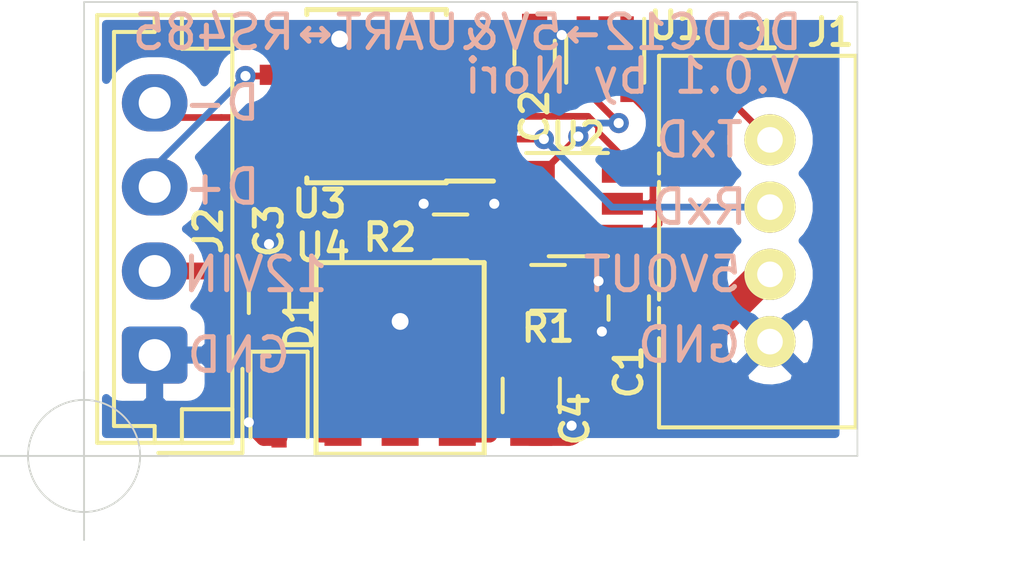
<source format=kicad_pcb>
(kicad_pcb (version 20171130) (host pcbnew "(5.1.10)-1")

  (general
    (thickness 1.6)
    (drawings 18)
    (tracks 133)
    (zones 0)
    (modules 13)
    (nets 12)
  )

  (page A4)
  (layers
    (0 F.Cu signal)
    (31 B.Cu signal)
    (32 B.Adhes user)
    (33 F.Adhes user)
    (34 B.Paste user)
    (35 F.Paste user)
    (36 B.SilkS user)
    (37 F.SilkS user)
    (38 B.Mask user)
    (39 F.Mask user)
    (40 Dwgs.User user)
    (41 Cmts.User user)
    (42 Eco1.User user)
    (43 Eco2.User user)
    (44 Edge.Cuts user)
    (45 Margin user)
    (46 B.CrtYd user)
    (47 F.CrtYd user)
    (48 B.Fab user)
    (49 F.Fab user hide)
  )

  (setup
    (last_trace_width 0.2)
    (user_trace_width 0.1524)
    (user_trace_width 0.2)
    (user_trace_width 0.4)
    (user_trace_width 0.5)
    (user_trace_width 1)
    (user_trace_width 1.2)
    (user_trace_width 2)
    (user_trace_width 3)
    (trace_clearance 0.2)
    (zone_clearance 0.508)
    (zone_45_only no)
    (trace_min 0.1524)
    (via_size 0.6)
    (via_drill 0.3)
    (via_min_size 0.4)
    (via_min_drill 0.2)
    (user_via 0.9 0.5)
    (user_via 1.2 0.8)
    (user_via 1.4 0.9)
    (user_via 1.5 1)
    (uvia_size 0.3)
    (uvia_drill 0.1)
    (uvias_allowed no)
    (uvia_min_size 0.2)
    (uvia_min_drill 0.1)
    (edge_width 0.05)
    (segment_width 0.2)
    (pcb_text_width 0.3)
    (pcb_text_size 1.5 1.5)
    (mod_edge_width 0.12)
    (mod_text_size 1 1)
    (mod_text_width 0.15)
    (pad_size 1.524 1.524)
    (pad_drill 0.762)
    (pad_to_mask_clearance 0)
    (aux_axis_origin 119.7 59.5)
    (grid_origin 119.7 59.5)
    (visible_elements 7FFFFFFF)
    (pcbplotparams
      (layerselection 0x010f0_ffffffff)
      (usegerberextensions true)
      (usegerberattributes false)
      (usegerberadvancedattributes false)
      (creategerberjobfile false)
      (excludeedgelayer true)
      (linewidth 0.152400)
      (plotframeref false)
      (viasonmask false)
      (mode 1)
      (useauxorigin false)
      (hpglpennumber 1)
      (hpglpenspeed 20)
      (hpglpendiameter 15.000000)
      (psnegative false)
      (psa4output false)
      (plotreference true)
      (plotvalue true)
      (plotinvisibletext false)
      (padsonsilk false)
      (subtractmaskfromsilk false)
      (outputformat 1)
      (mirror false)
      (drillshape 0)
      (scaleselection 1)
      (outputdirectory "gerber/"))
  )

  (net 0 "")
  (net 1 +5V)
  (net 2 GND)
  (net 3 +12V)
  (net 4 RXD)
  (net 5 TXD)
  (net 6 "Net-(J2-Pad3)")
  (net 7 "Net-(J2-Pad4)")
  (net 8 "Net-(R1-Pad1)")
  (net 9 "Net-(R2-Pad1)")
  (net 10 "Net-(U1-Pad4)")
  (net 11 "Net-(U2-Pad6)")

  (net_class Default "This is the default net class."
    (clearance 0.2)
    (trace_width 0.2)
    (via_dia 0.6)
    (via_drill 0.3)
    (uvia_dia 0.3)
    (uvia_drill 0.1)
    (add_net +12V)
    (add_net +5V)
    (add_net GND)
    (add_net "Net-(J2-Pad3)")
    (add_net "Net-(J2-Pad4)")
    (add_net "Net-(R1-Pad1)")
    (add_net "Net-(R2-Pad1)")
    (add_net "Net-(U1-Pad4)")
    (add_net "Net-(U2-Pad6)")
    (add_net RXD)
    (add_net TXD)
  )

  (module Capacitors_SMD:C_0603 (layer F.Cu) (tedit 59958EE7) (tstamp 6195ABDC)
    (at 135.9 55.1 270)
    (descr "Capacitor SMD 0603, reflow soldering, AVX (see smccp.pdf)")
    (tags "capacitor 0603")
    (path /5FF9035A)
    (attr smd)
    (fp_text reference C1 (at 1.9 0 90) (layer F.SilkS)
      (effects (font (size 0.8 0.8) (thickness 0.15)))
    )
    (fp_text value 0.1u (at 0 1.5 90) (layer F.Fab)
      (effects (font (size 1 1) (thickness 0.15)))
    )
    (fp_line (start -0.8 0.4) (end -0.8 -0.4) (layer F.Fab) (width 0.1))
    (fp_line (start 0.8 0.4) (end -0.8 0.4) (layer F.Fab) (width 0.1))
    (fp_line (start 0.8 -0.4) (end 0.8 0.4) (layer F.Fab) (width 0.1))
    (fp_line (start -0.8 -0.4) (end 0.8 -0.4) (layer F.Fab) (width 0.1))
    (fp_line (start -0.35 -0.6) (end 0.35 -0.6) (layer F.SilkS) (width 0.12))
    (fp_line (start 0.35 0.6) (end -0.35 0.6) (layer F.SilkS) (width 0.12))
    (fp_line (start -1.4 -0.65) (end 1.4 -0.65) (layer F.CrtYd) (width 0.05))
    (fp_line (start -1.4 -0.65) (end -1.4 0.65) (layer F.CrtYd) (width 0.05))
    (fp_line (start 1.4 0.65) (end 1.4 -0.65) (layer F.CrtYd) (width 0.05))
    (fp_line (start 1.4 0.65) (end -1.4 0.65) (layer F.CrtYd) (width 0.05))
    (fp_text user %R (at 0 0 90) (layer F.Fab)
      (effects (font (size 0.3 0.3) (thickness 0.075)))
    )
    (pad 1 smd rect (at -0.75 0 270) (size 0.8 0.75) (layers F.Cu F.Paste F.Mask)
      (net 1 +5V))
    (pad 2 smd rect (at 0.75 0 270) (size 0.8 0.75) (layers F.Cu F.Paste F.Mask)
      (net 2 GND))
    (model Capacitors_SMD.3dshapes/C_0603.wrl
      (at (xyz 0 0 0))
      (scale (xyz 1 1 1))
      (rotate (xyz 0 0 0))
    )
    (model ${KISYS3DMOD}/Capacitor_SMD.3dshapes/C_0603_1608Metric.step
      (at (xyz 0 0 0))
      (scale (xyz 1 1 1))
      (rotate (xyz 0 0 0))
    )
  )

  (module Capacitors_SMD:C_0603 (layer F.Cu) (tedit 59958EE7) (tstamp 6195ABED)
    (at 133.1 47.5 90)
    (descr "Capacitor SMD 0603, reflow soldering, AVX (see smccp.pdf)")
    (tags "capacitor 0603")
    (path /5FFA12DF)
    (attr smd)
    (fp_text reference C2 (at -1.9 0 90) (layer F.SilkS)
      (effects (font (size 0.8 0.8) (thickness 0.15)))
    )
    (fp_text value 0.1u (at 0 1.5 90) (layer F.Fab)
      (effects (font (size 1 1) (thickness 0.15)))
    )
    (fp_line (start 1.4 0.65) (end -1.4 0.65) (layer F.CrtYd) (width 0.05))
    (fp_line (start 1.4 0.65) (end 1.4 -0.65) (layer F.CrtYd) (width 0.05))
    (fp_line (start -1.4 -0.65) (end -1.4 0.65) (layer F.CrtYd) (width 0.05))
    (fp_line (start -1.4 -0.65) (end 1.4 -0.65) (layer F.CrtYd) (width 0.05))
    (fp_line (start 0.35 0.6) (end -0.35 0.6) (layer F.SilkS) (width 0.12))
    (fp_line (start -0.35 -0.6) (end 0.35 -0.6) (layer F.SilkS) (width 0.12))
    (fp_line (start -0.8 -0.4) (end 0.8 -0.4) (layer F.Fab) (width 0.1))
    (fp_line (start 0.8 -0.4) (end 0.8 0.4) (layer F.Fab) (width 0.1))
    (fp_line (start 0.8 0.4) (end -0.8 0.4) (layer F.Fab) (width 0.1))
    (fp_line (start -0.8 0.4) (end -0.8 -0.4) (layer F.Fab) (width 0.1))
    (fp_text user %R (at 0 0 90) (layer F.Fab)
      (effects (font (size 0.3 0.3) (thickness 0.075)))
    )
    (pad 2 smd rect (at 0.75 0 90) (size 0.8 0.75) (layers F.Cu F.Paste F.Mask)
      (net 2 GND))
    (pad 1 smd rect (at -0.75 0 90) (size 0.8 0.75) (layers F.Cu F.Paste F.Mask)
      (net 1 +5V))
    (model Capacitors_SMD.3dshapes/C_0603.wrl
      (at (xyz 0 0 0))
      (scale (xyz 1 1 1))
      (rotate (xyz 0 0 0))
    )
    (model ${KISYS3DMOD}/Capacitor_SMD.3dshapes/C_0603_1608Metric.step
      (at (xyz 0 0 0))
      (scale (xyz 1 1 1))
      (rotate (xyz 0 0 0))
    )
  )

  (module Capacitors_SMD:C_0603 (layer F.Cu) (tedit 59958EE7) (tstamp 6195ABFE)
    (at 125.2 54.9 90)
    (descr "Capacitor SMD 0603, reflow soldering, AVX (see smccp.pdf)")
    (tags "capacitor 0603")
    (path /6197D1F5)
    (attr smd)
    (fp_text reference C3 (at 2.1 0 90) (layer F.SilkS)
      (effects (font (size 0.8 0.8) (thickness 0.15)))
    )
    (fp_text value 0.1u (at 0 1.5 90) (layer F.Fab)
      (effects (font (size 1 1) (thickness 0.15)))
    )
    (fp_line (start -0.8 0.4) (end -0.8 -0.4) (layer F.Fab) (width 0.1))
    (fp_line (start 0.8 0.4) (end -0.8 0.4) (layer F.Fab) (width 0.1))
    (fp_line (start 0.8 -0.4) (end 0.8 0.4) (layer F.Fab) (width 0.1))
    (fp_line (start -0.8 -0.4) (end 0.8 -0.4) (layer F.Fab) (width 0.1))
    (fp_line (start -0.35 -0.6) (end 0.35 -0.6) (layer F.SilkS) (width 0.12))
    (fp_line (start 0.35 0.6) (end -0.35 0.6) (layer F.SilkS) (width 0.12))
    (fp_line (start -1.4 -0.65) (end 1.4 -0.65) (layer F.CrtYd) (width 0.05))
    (fp_line (start -1.4 -0.65) (end -1.4 0.65) (layer F.CrtYd) (width 0.05))
    (fp_line (start 1.4 0.65) (end 1.4 -0.65) (layer F.CrtYd) (width 0.05))
    (fp_line (start 1.4 0.65) (end -1.4 0.65) (layer F.CrtYd) (width 0.05))
    (fp_text user %R (at 0 0 90) (layer F.Fab)
      (effects (font (size 0.3 0.3) (thickness 0.075)))
    )
    (pad 1 smd rect (at -0.75 0 90) (size 0.8 0.75) (layers F.Cu F.Paste F.Mask)
      (net 3 +12V))
    (pad 2 smd rect (at 0.75 0 90) (size 0.8 0.75) (layers F.Cu F.Paste F.Mask)
      (net 2 GND))
    (model Capacitors_SMD.3dshapes/C_0603.wrl
      (at (xyz 0 0 0))
      (scale (xyz 1 1 1))
      (rotate (xyz 0 0 0))
    )
    (model ${KISYS3DMOD}/Capacitor_SMD.3dshapes/C_0603_1608Metric.step
      (at (xyz 0 0 0))
      (scale (xyz 1 1 1))
      (rotate (xyz 0 0 0))
    )
  )

  (module Capacitors_SMD:C_0805 (layer F.Cu) (tedit 58AA8463) (tstamp 6195AC0F)
    (at 133 57.7 270)
    (descr "Capacitor SMD 0805, reflow soldering, AVX (see smccp.pdf)")
    (tags "capacitor 0805")
    (path /61969E74)
    (attr smd)
    (fp_text reference C4 (at 0.7 -1.3 90) (layer F.SilkS)
      (effects (font (size 0.8 0.8) (thickness 0.15)))
    )
    (fp_text value 22u (at 0 1.75 90) (layer F.Fab)
      (effects (font (size 1 1) (thickness 0.15)))
    )
    (fp_line (start 1.75 0.87) (end -1.75 0.87) (layer F.CrtYd) (width 0.05))
    (fp_line (start 1.75 0.87) (end 1.75 -0.88) (layer F.CrtYd) (width 0.05))
    (fp_line (start -1.75 -0.88) (end -1.75 0.87) (layer F.CrtYd) (width 0.05))
    (fp_line (start -1.75 -0.88) (end 1.75 -0.88) (layer F.CrtYd) (width 0.05))
    (fp_line (start -0.5 0.85) (end 0.5 0.85) (layer F.SilkS) (width 0.12))
    (fp_line (start 0.5 -0.85) (end -0.5 -0.85) (layer F.SilkS) (width 0.12))
    (fp_line (start -1 -0.62) (end 1 -0.62) (layer F.Fab) (width 0.1))
    (fp_line (start 1 -0.62) (end 1 0.62) (layer F.Fab) (width 0.1))
    (fp_line (start 1 0.62) (end -1 0.62) (layer F.Fab) (width 0.1))
    (fp_line (start -1 0.62) (end -1 -0.62) (layer F.Fab) (width 0.1))
    (fp_text user %R (at 0 -1.5 90) (layer F.Fab)
      (effects (font (size 1 1) (thickness 0.15)))
    )
    (pad 2 smd rect (at 1 0 270) (size 1 1.25) (layers F.Cu F.Paste F.Mask)
      (net 2 GND))
    (pad 1 smd rect (at -1 0 270) (size 1 1.25) (layers F.Cu F.Paste F.Mask)
      (net 1 +5V))
    (model Capacitors_SMD.3dshapes/C_0805.wrl
      (at (xyz 0 0 0))
      (scale (xyz 1 1 1))
      (rotate (xyz 0 0 0))
    )
    (model ${KISYS3DMOD}/Capacitor_SMD.3dshapes/C_0805_2012Metric.step
      (at (xyz 0 0 0))
      (scale (xyz 1 1 1))
      (rotate (xyz 0 0 0))
    )
  )

  (module Diodes_SMD:D_SOD-323 (layer F.Cu) (tedit 58641739) (tstamp 6195AC27)
    (at 125.5 57.9 270)
    (descr SOD-323)
    (tags SOD-323)
    (path /619829FC)
    (attr smd)
    (fp_text reference D1 (at -2.3 -0.6 90) (layer F.SilkS)
      (effects (font (size 0.8 0.8) (thickness 0.15)))
    )
    (fp_text value 15V (at 0.1 1.9 90) (layer F.Fab)
      (effects (font (size 1 1) (thickness 0.15)))
    )
    (fp_line (start -1.5 -0.85) (end 1.05 -0.85) (layer F.SilkS) (width 0.12))
    (fp_line (start -1.5 0.85) (end 1.05 0.85) (layer F.SilkS) (width 0.12))
    (fp_line (start -1.6 -0.95) (end -1.6 0.95) (layer F.CrtYd) (width 0.05))
    (fp_line (start -1.6 0.95) (end 1.6 0.95) (layer F.CrtYd) (width 0.05))
    (fp_line (start 1.6 -0.95) (end 1.6 0.95) (layer F.CrtYd) (width 0.05))
    (fp_line (start -1.6 -0.95) (end 1.6 -0.95) (layer F.CrtYd) (width 0.05))
    (fp_line (start -0.9 -0.7) (end 0.9 -0.7) (layer F.Fab) (width 0.1))
    (fp_line (start 0.9 -0.7) (end 0.9 0.7) (layer F.Fab) (width 0.1))
    (fp_line (start 0.9 0.7) (end -0.9 0.7) (layer F.Fab) (width 0.1))
    (fp_line (start -0.9 0.7) (end -0.9 -0.7) (layer F.Fab) (width 0.1))
    (fp_line (start -0.3 -0.35) (end -0.3 0.35) (layer F.Fab) (width 0.1))
    (fp_line (start -0.3 0) (end -0.5 0) (layer F.Fab) (width 0.1))
    (fp_line (start -0.3 0) (end 0.2 -0.35) (layer F.Fab) (width 0.1))
    (fp_line (start 0.2 -0.35) (end 0.2 0.35) (layer F.Fab) (width 0.1))
    (fp_line (start 0.2 0.35) (end -0.3 0) (layer F.Fab) (width 0.1))
    (fp_line (start 0.2 0) (end 0.45 0) (layer F.Fab) (width 0.1))
    (fp_line (start -1.5 -0.85) (end -1.5 0.85) (layer F.SilkS) (width 0.12))
    (fp_text user %R (at 0 -1.85 90) (layer F.Fab)
      (effects (font (size 1 1) (thickness 0.15)))
    )
    (pad 2 smd rect (at 1.05 0 270) (size 0.6 0.45) (layers F.Cu F.Paste F.Mask)
      (net 2 GND))
    (pad 1 smd rect (at -1.05 0 270) (size 0.6 0.45) (layers F.Cu F.Paste F.Mask)
      (net 3 +12V))
    (model ${KISYS3DMOD}/Diodes_SMD.3dshapes/D_SOD-323.wrl
      (at (xyz 0 0 0))
      (scale (xyz 1 1 1))
      (rotate (xyz 0 0 0))
    )
    (model ${KISYS3DMOD}/Diode_SMD.3dshapes/D_SOD-323.step
      (at (xyz 0 0 0))
      (scale (xyz 1 1 1))
      (rotate (xyz 0 0 0))
    )
  )

  (module Connect:Grove_1x04 (layer F.Cu) (tedit 587F9C9D) (tstamp 6195AC40)
    (at 140.1 50.1)
    (descr https://statics3.seeedstudio.com/images/opl/datasheet/3470130P1.pdf)
    (tags Grove-1x04)
    (path /6078187C)
    (fp_text reference J1 (at 1.8 -3.2) (layer F.SilkS)
      (effects (font (size 0.8 0.8) (thickness 0.15)))
    )
    (fp_text value Grove_1x04 (at 4.19 2.83 90) (layer F.Fab)
      (effects (font (size 1 1) (thickness 0.15)))
    )
    (fp_line (start -2.9 8.1) (end -2.9 -2.1) (layer F.Fab) (width 0.1))
    (fp_line (start 2.2 8.1) (end -2.9 8.1) (layer F.Fab) (width 0.1))
    (fp_line (start 2.2 -2.1) (end 2.2 8.1) (layer F.Fab) (width 0.1))
    (fp_line (start -2.9 -2.1) (end 2.2 -2.1) (layer F.Fab) (width 0.1))
    (fp_line (start -3.3 5.9) (end -3.3 8.55) (layer F.SilkS) (width 0.12))
    (fp_line (start -3.3 -2.5) (end -3.3 0.15) (layer F.SilkS) (width 0.12))
    (fp_line (start -3.3 8.55) (end 2.55 8.55) (layer F.SilkS) (width 0.12))
    (fp_line (start -3.3 1.25) (end -3.3 4.75) (layer F.SilkS) (width 0.12))
    (fp_line (start -3.3 -2.5) (end 2.55 -2.5) (layer F.SilkS) (width 0.12))
    (fp_line (start 2.55 -2.5) (end 2.55 8.55) (layer F.SilkS) (width 0.12))
    (fp_line (start -3.3 0.4) (end -3.3 1) (layer F.SilkS) (width 0.12))
    (fp_line (start -3.3 5) (end -3.3 5.6) (layer F.SilkS) (width 0.12))
    (fp_line (start -3.45 -2.65) (end 2.7 -2.65) (layer F.CrtYd) (width 0.05))
    (fp_line (start 2.7 8.7) (end 2.7 -2.65) (layer F.CrtYd) (width 0.05))
    (fp_line (start -3.45 8.7) (end 2.7 8.7) (layer F.CrtYd) (width 0.05))
    (fp_line (start -3.45 -2.65) (end -3.45 8.7) (layer F.CrtYd) (width 0.05))
    (fp_text user 1 (at -0.1 -3.1) (layer F.SilkS)
      (effects (font (size 0.8 0.8) (thickness 0.15)))
    )
    (pad 4 thru_hole circle (at 0 6) (size 1.524 1.524) (drill 0.762) (layers *.Cu *.Mask F.SilkS)
      (net 2 GND))
    (pad 3 thru_hole circle (at 0 4) (size 1.524 1.524) (drill 0.762) (layers *.Cu *.Mask F.SilkS)
      (net 1 +5V))
    (pad 2 thru_hole circle (at 0 2) (size 1.524 1.524) (drill 0.762) (layers *.Cu *.Mask F.SilkS)
      (net 4 RXD))
    (pad 1 thru_hole circle (at 0 0) (size 1.524 1.524) (drill 0.762) (layers *.Cu *.Mask F.SilkS)
      (net 5 TXD))
    (model ${KISYS3DMOD}/Connectors.3dshapes/Grove_1x04.wrl
      (at (xyz 0 0 0))
      (scale (xyz 0.3937 0.3937 0.3937))
      (rotate (xyz 0 0 -90))
    )
    (model "${KIPRJMOD}/Grove Connector/Grove Connector (standing).STEP"
      (offset (xyz -2.9 2 0))
      (scale (xyz 1 1 1))
      (rotate (xyz -90 0 90))
    )
  )

  (module Connectors_JST:JST_EH_B4B-EH-A_1x04_P2.50mm_Vertical (layer F.Cu) (tedit 5C28142C) (tstamp 6195AC62)
    (at 121.8 56.5 90)
    (descr "JST EH series connector, B4B-EH-A (http://www.jst-mfg.com/product/pdf/eng/eEH.pdf), generated with kicad-footprint-generator")
    (tags "connector JST EH vertical")
    (path /5FBDE04B)
    (fp_text reference J2 (at 3.7 1.6 90) (layer F.SilkS)
      (effects (font (size 0.8 0.8) (thickness 0.15)))
    )
    (fp_text value B4B-EH (at 3.75 3.4 90) (layer F.Fab)
      (effects (font (size 1 1) (thickness 0.15)))
    )
    (fp_line (start -2.5 -1.6) (end -2.5 2.2) (layer F.Fab) (width 0.1))
    (fp_line (start -2.5 2.2) (end 10 2.2) (layer F.Fab) (width 0.1))
    (fp_line (start 10 2.2) (end 10 -1.6) (layer F.Fab) (width 0.1))
    (fp_line (start 10 -1.6) (end -2.5 -1.6) (layer F.Fab) (width 0.1))
    (fp_line (start -3 -2.1) (end -3 2.7) (layer F.CrtYd) (width 0.05))
    (fp_line (start -3 2.7) (end 10.5 2.7) (layer F.CrtYd) (width 0.05))
    (fp_line (start 10.5 2.7) (end 10.5 -2.1) (layer F.CrtYd) (width 0.05))
    (fp_line (start 10.5 -2.1) (end -3 -2.1) (layer F.CrtYd) (width 0.05))
    (fp_line (start -2.61 -1.71) (end -2.61 2.31) (layer F.SilkS) (width 0.12))
    (fp_line (start -2.61 2.31) (end 10.11 2.31) (layer F.SilkS) (width 0.12))
    (fp_line (start 10.11 2.31) (end 10.11 -1.71) (layer F.SilkS) (width 0.12))
    (fp_line (start 10.11 -1.71) (end -2.61 -1.71) (layer F.SilkS) (width 0.12))
    (fp_line (start -2.61 0) (end -2.11 0) (layer F.SilkS) (width 0.12))
    (fp_line (start -2.11 0) (end -2.11 -1.21) (layer F.SilkS) (width 0.12))
    (fp_line (start -2.11 -1.21) (end 9.61 -1.21) (layer F.SilkS) (width 0.12))
    (fp_line (start 9.61 -1.21) (end 9.61 0) (layer F.SilkS) (width 0.12))
    (fp_line (start 9.61 0) (end 10.11 0) (layer F.SilkS) (width 0.12))
    (fp_line (start -2.61 0.81) (end -1.61 0.81) (layer F.SilkS) (width 0.12))
    (fp_line (start -1.61 0.81) (end -1.61 2.31) (layer F.SilkS) (width 0.12))
    (fp_line (start 10.11 0.81) (end 9.11 0.81) (layer F.SilkS) (width 0.12))
    (fp_line (start 9.11 0.81) (end 9.11 2.31) (layer F.SilkS) (width 0.12))
    (fp_line (start -2.91 0.11) (end -2.91 2.61) (layer F.SilkS) (width 0.12))
    (fp_line (start -2.91 2.61) (end -0.41 2.61) (layer F.SilkS) (width 0.12))
    (fp_line (start -2.91 0.11) (end -2.91 2.61) (layer F.Fab) (width 0.1))
    (fp_line (start -2.91 2.61) (end -0.41 2.61) (layer F.Fab) (width 0.1))
    (fp_text user %R (at 3.75 1.5 90) (layer F.Fab)
      (effects (font (size 1 1) (thickness 0.15)))
    )
    (pad 1 thru_hole roundrect (at 0 0 90) (size 1.7 1.95) (drill 0.95) (layers *.Cu *.Mask) (roundrect_rratio 0.1470588235294118)
      (net 2 GND))
    (pad 2 thru_hole oval (at 2.5 0 90) (size 1.7 1.95) (drill 0.95) (layers *.Cu *.Mask)
      (net 3 +12V))
    (pad 3 thru_hole oval (at 5 0 90) (size 1.7 1.95) (drill 0.95) (layers *.Cu *.Mask)
      (net 6 "Net-(J2-Pad3)"))
    (pad 4 thru_hole oval (at 7.5 0 90) (size 1.7 1.95) (drill 0.95) (layers *.Cu *.Mask)
      (net 7 "Net-(J2-Pad4)"))
    (model ${KISYS3DMOD}/Connector_JST.3dshapes/JST_EH_B4B-EH-A_1x04_P2.50mm_Vertical.wrl
      (at (xyz 0 0 0))
      (scale (xyz 1 1 1))
      (rotate (xyz 0 0 0))
    )
  )

  (module Resistors_SMD:R_0603 (layer F.Cu) (tedit 58E0A804) (tstamp 6195AC73)
    (at 133.5 54.5)
    (descr "Resistor SMD 0603, reflow soldering, Vishay (see dcrcw.pdf)")
    (tags "resistor 0603")
    (path /5FBF77F2)
    (attr smd)
    (fp_text reference R1 (at 0 1.2) (layer F.SilkS)
      (effects (font (size 0.8 0.8) (thickness 0.15)))
    )
    (fp_text value 470k (at 0 1.5) (layer F.Fab)
      (effects (font (size 1 1) (thickness 0.15)))
    )
    (fp_line (start 1.25 0.7) (end -1.25 0.7) (layer F.CrtYd) (width 0.05))
    (fp_line (start 1.25 0.7) (end 1.25 -0.7) (layer F.CrtYd) (width 0.05))
    (fp_line (start -1.25 -0.7) (end -1.25 0.7) (layer F.CrtYd) (width 0.05))
    (fp_line (start -1.25 -0.7) (end 1.25 -0.7) (layer F.CrtYd) (width 0.05))
    (fp_line (start -0.5 -0.68) (end 0.5 -0.68) (layer F.SilkS) (width 0.12))
    (fp_line (start 0.5 0.68) (end -0.5 0.68) (layer F.SilkS) (width 0.12))
    (fp_line (start -0.8 -0.4) (end 0.8 -0.4) (layer F.Fab) (width 0.1))
    (fp_line (start 0.8 -0.4) (end 0.8 0.4) (layer F.Fab) (width 0.1))
    (fp_line (start 0.8 0.4) (end -0.8 0.4) (layer F.Fab) (width 0.1))
    (fp_line (start -0.8 0.4) (end -0.8 -0.4) (layer F.Fab) (width 0.1))
    (fp_text user %R (at 0 0) (layer F.Fab)
      (effects (font (size 0.4 0.4) (thickness 0.075)))
    )
    (pad 2 smd rect (at 0.75 0) (size 0.5 0.9) (layers F.Cu F.Paste F.Mask)
      (net 2 GND))
    (pad 1 smd rect (at -0.75 0) (size 0.5 0.9) (layers F.Cu F.Paste F.Mask)
      (net 8 "Net-(R1-Pad1)"))
    (model ${KISYS3DMOD}/Resistors_SMD.3dshapes/R_0603.wrl
      (at (xyz 0 0 0))
      (scale (xyz 1 1 1))
      (rotate (xyz 0 0 0))
    )
    (model ${KISYS3DMOD}/Resistor_SMD.3dshapes/R_0603_1608Metric.step
      (at (xyz 0 0 0))
      (scale (xyz 1 1 1))
      (rotate (xyz 0 0 0))
    )
  )

  (module Resistors_SMD:R_0603 (layer F.Cu) (tedit 58E0A804) (tstamp 6195AC84)
    (at 130.6 53 180)
    (descr "Resistor SMD 0603, reflow soldering, Vishay (see dcrcw.pdf)")
    (tags "resistor 0603")
    (path /6196A5C1)
    (attr smd)
    (fp_text reference R2 (at 1.8 0) (layer F.SilkS)
      (effects (font (size 0.8 0.8) (thickness 0.15)))
    )
    (fp_text value 130 (at 0 1.5) (layer F.Fab)
      (effects (font (size 1 1) (thickness 0.15)))
    )
    (fp_line (start -0.8 0.4) (end -0.8 -0.4) (layer F.Fab) (width 0.1))
    (fp_line (start 0.8 0.4) (end -0.8 0.4) (layer F.Fab) (width 0.1))
    (fp_line (start 0.8 -0.4) (end 0.8 0.4) (layer F.Fab) (width 0.1))
    (fp_line (start -0.8 -0.4) (end 0.8 -0.4) (layer F.Fab) (width 0.1))
    (fp_line (start 0.5 0.68) (end -0.5 0.68) (layer F.SilkS) (width 0.12))
    (fp_line (start -0.5 -0.68) (end 0.5 -0.68) (layer F.SilkS) (width 0.12))
    (fp_line (start -1.25 -0.7) (end 1.25 -0.7) (layer F.CrtYd) (width 0.05))
    (fp_line (start -1.25 -0.7) (end -1.25 0.7) (layer F.CrtYd) (width 0.05))
    (fp_line (start 1.25 0.7) (end 1.25 -0.7) (layer F.CrtYd) (width 0.05))
    (fp_line (start 1.25 0.7) (end -1.25 0.7) (layer F.CrtYd) (width 0.05))
    (fp_text user %R (at 0 0) (layer F.Fab)
      (effects (font (size 0.4 0.4) (thickness 0.075)))
    )
    (pad 1 smd rect (at -0.75 0 180) (size 0.5 0.9) (layers F.Cu F.Paste F.Mask)
      (net 9 "Net-(R2-Pad1)"))
    (pad 2 smd rect (at 0.75 0 180) (size 0.5 0.9) (layers F.Cu F.Paste F.Mask)
      (net 2 GND))
    (model ${KISYS3DMOD}/Resistors_SMD.3dshapes/R_0603.wrl
      (at (xyz 0 0 0))
      (scale (xyz 1 1 1))
      (rotate (xyz 0 0 0))
    )
    (model ${KISYS3DMOD}/Resistor_SMD.3dshapes/R_0603_1608Metric.step
      (at (xyz 0 0 0))
      (scale (xyz 1 1 1))
      (rotate (xyz 0 0 0))
    )
  )

  (module TO_SOT_Packages_SMD:SOT-353_SC-70-5 (layer F.Cu) (tedit 58CE4E7F) (tstamp 6195AC99)
    (at 135.2 47.7 270)
    (descr "SOT-353, SC-70-5")
    (tags "SOT-353 SC-70-5")
    (path /5FBFA707)
    (attr smd)
    (fp_text reference U1 (at -1 -2.1 180) (layer F.SilkS)
      (effects (font (size 0.8 0.8) (thickness 0.15)))
    )
    (fp_text value 74LVC1G04 (at 0 2 270) (layer F.Fab)
      (effects (font (size 1 1) (thickness 0.15)))
    )
    (fp_line (start -0.175 -1.1) (end -0.675 -0.6) (layer F.Fab) (width 0.1))
    (fp_line (start 0.675 1.1) (end -0.675 1.1) (layer F.Fab) (width 0.1))
    (fp_line (start 0.675 -1.1) (end 0.675 1.1) (layer F.Fab) (width 0.1))
    (fp_line (start -1.6 1.4) (end 1.6 1.4) (layer F.CrtYd) (width 0.05))
    (fp_line (start -0.675 -0.6) (end -0.675 1.1) (layer F.Fab) (width 0.1))
    (fp_line (start 0.675 -1.1) (end -0.175 -1.1) (layer F.Fab) (width 0.1))
    (fp_line (start -1.6 -1.4) (end 1.6 -1.4) (layer F.CrtYd) (width 0.05))
    (fp_line (start -1.6 -1.4) (end -1.6 1.4) (layer F.CrtYd) (width 0.05))
    (fp_line (start 1.6 1.4) (end 1.6 -1.4) (layer F.CrtYd) (width 0.05))
    (fp_line (start -0.7 1.16) (end 0.7 1.16) (layer F.SilkS) (width 0.12))
    (fp_line (start 0.7 -1.16) (end -1.2 -1.16) (layer F.SilkS) (width 0.12))
    (fp_text user %R (at 0 0) (layer F.Fab)
      (effects (font (size 0.5 0.5) (thickness 0.075)))
    )
    (pad 5 smd rect (at 0.95 -0.65 270) (size 0.65 0.4) (layers F.Cu F.Paste F.Mask)
      (net 1 +5V))
    (pad 4 smd rect (at 0.95 0.65 270) (size 0.65 0.4) (layers F.Cu F.Paste F.Mask)
      (net 10 "Net-(U1-Pad4)"))
    (pad 2 smd rect (at -0.95 0 270) (size 0.65 0.4) (layers F.Cu F.Paste F.Mask)
      (net 5 TXD))
    (pad 3 smd rect (at -0.95 0.65 270) (size 0.65 0.4) (layers F.Cu F.Paste F.Mask)
      (net 2 GND))
    (pad 1 smd rect (at -0.95 -0.65 270) (size 0.65 0.4) (layers F.Cu F.Paste F.Mask))
    (model ${KISYS3DMOD}/TO_SOT_Packages_SMD.3dshapes/SOT-353_SC-70-5.wrl
      (at (xyz 0 0 0))
      (scale (xyz 1 1 1))
      (rotate (xyz 0 0 0))
    )
    (model ${KISYS3DMOD}/Package_TO_SOT_SMD.3dshapes/SOT-353_SC-70-5.step
      (at (xyz 0 0 0))
      (scale (xyz 1 1 1))
      (rotate (xyz 0 0 0))
    )
  )

  (module TO_SOT_Packages_SMD:TSOT-23-6 (layer F.Cu) (tedit 58CE4E80) (tstamp 6195ACAF)
    (at 134.4 52)
    (descr "6-pin TSOT23 package, http://cds.linear.com/docs/en/packaging/SOT_6_05-08-1636.pdf")
    (tags "TSOT-23-6 MK06A TSOT-6")
    (path /5FBF67A8)
    (attr smd)
    (fp_text reference U2 (at 0 -2) (layer F.SilkS)
      (effects (font (size 0.8 0.8) (thickness 0.15)))
    )
    (fp_text value LTC6994xS6-1 (at 0 2.5) (layer F.Fab)
      (effects (font (size 1 1) (thickness 0.15)))
    )
    (fp_line (start 2.17 1.7) (end -2.17 1.7) (layer F.CrtYd) (width 0.05))
    (fp_line (start 2.17 1.7) (end 2.17 -1.7) (layer F.CrtYd) (width 0.05))
    (fp_line (start -2.17 -1.7) (end -2.17 1.7) (layer F.CrtYd) (width 0.05))
    (fp_line (start -2.17 -1.7) (end 2.17 -1.7) (layer F.CrtYd) (width 0.05))
    (fp_line (start 0.88 -1.45) (end 0.88 1.45) (layer F.Fab) (width 0.1))
    (fp_line (start 0.88 1.45) (end -0.88 1.45) (layer F.Fab) (width 0.1))
    (fp_line (start -0.88 -1) (end -0.88 1.45) (layer F.Fab) (width 0.1))
    (fp_line (start 0.88 -1.45) (end -0.43 -1.45) (layer F.Fab) (width 0.1))
    (fp_line (start -0.88 -1) (end -0.43 -1.45) (layer F.Fab) (width 0.1))
    (fp_line (start 0.88 -1.51) (end -1.55 -1.51) (layer F.SilkS) (width 0.12))
    (fp_line (start -0.88 1.56) (end 0.88 1.56) (layer F.SilkS) (width 0.12))
    (fp_text user %R (at 0 0 90) (layer F.Fab)
      (effects (font (size 0.5 0.5) (thickness 0.075)))
    )
    (pad 6 smd rect (at 1.31 -0.95) (size 1.22 0.65) (layers F.Cu F.Paste F.Mask)
      (net 11 "Net-(U2-Pad6)"))
    (pad 5 smd rect (at 1.31 0) (size 1.22 0.65) (layers F.Cu F.Paste F.Mask)
      (net 1 +5V))
    (pad 4 smd rect (at 1.31 0.95) (size 1.22 0.65) (layers F.Cu F.Paste F.Mask)
      (net 1 +5V))
    (pad 3 smd rect (at -1.31 0.95) (size 1.22 0.65) (layers F.Cu F.Paste F.Mask)
      (net 8 "Net-(R1-Pad1)"))
    (pad 2 smd rect (at -1.31 0) (size 1.22 0.65) (layers F.Cu F.Paste F.Mask)
      (net 2 GND))
    (pad 1 smd rect (at -1.31 -0.95) (size 1.22 0.65) (layers F.Cu F.Paste F.Mask)
      (net 10 "Net-(U1-Pad4)"))
    (model ${KISYS3DMOD}/TO_SOT_Packages_SMD.3dshapes/TSOT-23-6.wrl
      (at (xyz 0 0 0))
      (scale (xyz 1 1 1))
      (rotate (xyz 0 0 0))
    )
    (model ${KISYS3DMOD}/Package_TO_SOT_SMD.3dshapes/TSOT-23-6.step
      (at (xyz 0 0 0))
      (scale (xyz 1 1 1))
      (rotate (xyz 0 0 0))
    )
  )

  (module Housings_SOIC:SOIC-8_3.9x4.9mm_Pitch1.27mm (layer F.Cu) (tedit 58CD0CDA) (tstamp 6195ACCC)
    (at 128.4 48.8 180)
    (descr "8-Lead Plastic Small Outline (SN) - Narrow, 3.90 mm Body [SOIC] (see Microchip Packaging Specification 00000049BS.pdf)")
    (tags "SOIC 1.27")
    (path /5FE4A026)
    (attr smd)
    (fp_text reference U3 (at 1.7 -3.2) (layer F.SilkS)
      (effects (font (size 0.8 0.8) (thickness 0.15)))
    )
    (fp_text value ST1480ACDR (at 0 3.5) (layer F.Fab)
      (effects (font (size 1 1) (thickness 0.15)))
    )
    (fp_line (start -2.075 -2.525) (end -3.475 -2.525) (layer F.SilkS) (width 0.15))
    (fp_line (start -2.075 2.575) (end 2.075 2.575) (layer F.SilkS) (width 0.15))
    (fp_line (start -2.075 -2.575) (end 2.075 -2.575) (layer F.SilkS) (width 0.15))
    (fp_line (start -2.075 2.575) (end -2.075 2.43) (layer F.SilkS) (width 0.15))
    (fp_line (start 2.075 2.575) (end 2.075 2.43) (layer F.SilkS) (width 0.15))
    (fp_line (start 2.075 -2.575) (end 2.075 -2.43) (layer F.SilkS) (width 0.15))
    (fp_line (start -2.075 -2.575) (end -2.075 -2.525) (layer F.SilkS) (width 0.15))
    (fp_line (start -3.73 2.7) (end 3.73 2.7) (layer F.CrtYd) (width 0.05))
    (fp_line (start -3.73 -2.7) (end 3.73 -2.7) (layer F.CrtYd) (width 0.05))
    (fp_line (start 3.73 -2.7) (end 3.73 2.7) (layer F.CrtYd) (width 0.05))
    (fp_line (start -3.73 -2.7) (end -3.73 2.7) (layer F.CrtYd) (width 0.05))
    (fp_line (start -1.95 -1.45) (end -0.95 -2.45) (layer F.Fab) (width 0.1))
    (fp_line (start -1.95 2.45) (end -1.95 -1.45) (layer F.Fab) (width 0.1))
    (fp_line (start 1.95 2.45) (end -1.95 2.45) (layer F.Fab) (width 0.1))
    (fp_line (start 1.95 -2.45) (end 1.95 2.45) (layer F.Fab) (width 0.1))
    (fp_line (start -0.95 -2.45) (end 1.95 -2.45) (layer F.Fab) (width 0.1))
    (fp_text user %R (at 0 0) (layer F.Fab)
      (effects (font (size 1 1) (thickness 0.15)))
    )
    (pad 8 smd rect (at 2.7 -1.905 180) (size 1.55 0.6) (layers F.Cu F.Paste F.Mask)
      (net 1 +5V))
    (pad 7 smd rect (at 2.7 -0.635 180) (size 1.55 0.6) (layers F.Cu F.Paste F.Mask)
      (net 7 "Net-(J2-Pad4)"))
    (pad 6 smd rect (at 2.7 0.635 180) (size 1.55 0.6) (layers F.Cu F.Paste F.Mask)
      (net 6 "Net-(J2-Pad3)"))
    (pad 5 smd rect (at 2.7 1.905 180) (size 1.55 0.6) (layers F.Cu F.Paste F.Mask)
      (net 2 GND))
    (pad 4 smd rect (at -2.7 1.905 180) (size 1.55 0.6) (layers F.Cu F.Paste F.Mask)
      (net 5 TXD))
    (pad 3 smd rect (at -2.7 0.635 180) (size 1.55 0.6) (layers F.Cu F.Paste F.Mask)
      (net 11 "Net-(U2-Pad6)"))
    (pad 2 smd rect (at -2.7 -0.635 180) (size 1.55 0.6) (layers F.Cu F.Paste F.Mask)
      (net 11 "Net-(U2-Pad6)"))
    (pad 1 smd rect (at -2.7 -1.905 180) (size 1.55 0.6) (layers F.Cu F.Paste F.Mask)
      (net 4 RXD))
    (model ${KISYS3DMOD}/Housings_SOIC.3dshapes/SOIC-8_3.9x4.9mm_Pitch1.27mm.wrl
      (at (xyz 0 0 0))
      (scale (xyz 1 1 1))
      (rotate (xyz 0 0 0))
    )
    (model ${KISYS3DMOD}/Package_SO.3dshapes/SOIC-8_3.9x4.9mm_P1.27mm.step
      (at (xyz 0 0 0))
      (scale (xyz 1 1 1))
      (rotate (xyz 0 0 0))
    )
  )

  (module LXDC55F:LXDC55FAAA-203 (layer F.Cu) (tedit 5750EFF2) (tstamp 6195ACE2)
    (at 129.1 56.6 90)
    (path /6195E499)
    (fp_text reference U4 (at 3.3 -2.3) (layer F.SilkS)
      (effects (font (size 0.8 0.8) (thickness 0.15)))
    )
    (fp_text value LXDC55F (at 0 3.35 90) (layer F.Fab) hide
      (effects (font (size 0.8 0.8) (thickness 0.15)))
    )
    (fp_line (start 2.85 2.5) (end 2.85 -2.5) (layer F.SilkS) (width 0.15))
    (fp_line (start 2.85 -2.5) (end -2.85 -2.5) (layer F.SilkS) (width 0.15))
    (fp_line (start -2.85 -2.5) (end -2.85 2.5) (layer F.SilkS) (width 0.15))
    (fp_line (start -2.85 2.5) (end 2.85 2.5) (layer F.SilkS) (width 0.15))
    (pad 14 smd rect (at -1.15 0 90) (size 0.7 1.1) (layers F.Cu F.Paste F.Mask)
      (net 2 GND))
    (pad 13 smd rect (at 0 0 90) (size 0.7 1.1) (layers F.Cu F.Paste F.Mask)
      (net 2 GND))
    (pad 12 smd rect (at 2.25 0 90) (size 0.7 1.1) (layers F.Cu F.Paste F.Mask)
      (net 2 GND))
    (pad 11 smd rect (at 2.25 1.7 90) (size 0.7 1.1) (layers F.Cu F.Paste F.Mask)
      (net 9 "Net-(R2-Pad1)"))
    (pad 10 smd rect (at 1.15 1.7 90) (size 0.7 1.1) (layers F.Cu F.Paste F.Mask))
    (pad 9 smd rect (at 0 1.7 90) (size 0.7 1.1) (layers F.Cu F.Paste F.Mask)
      (net 1 +5V))
    (pad 8 smd rect (at -1.15 1.7 90) (size 0.7 1.1) (layers F.Cu F.Paste F.Mask)
      (net 1 +5V))
    (pad 7 smd rect (at -2.25 1.7 90) (size 0.7 1.1) (layers F.Cu F.Paste F.Mask)
      (net 1 +5V))
    (pad 6 smd rect (at -2.25 0 90) (size 0.7 1.1) (layers F.Cu F.Paste F.Mask)
      (net 2 GND))
    (pad 5 smd rect (at -2.25 -1.7 90) (size 0.7 1.1) (layers F.Cu F.Paste F.Mask)
      (net 3 +12V))
    (pad 4 smd rect (at -1.15 -1.7 90) (size 0.7 1.1) (layers F.Cu F.Paste F.Mask)
      (net 3 +12V))
    (pad 3 smd rect (at 0 -1.7 90) (size 0.7 1.1) (layers F.Cu F.Paste F.Mask)
      (net 3 +12V))
    (pad 2 smd rect (at 1.15 -1.7 90) (size 0.7 1.1) (layers F.Cu F.Paste F.Mask))
    (pad 1 smd rect (at 2.25 -1.7 90) (size 0.7 1.1) (layers F.Cu F.Paste F.Mask)
      (net 3 +12V))
  )

  (target plus (at 119.7 59.5) (size 5) (width 0.05) (layer Edge.Cuts))
  (target plus (at 119.7 59.5) (size 5) (width 0.05) (layer Edge.Cuts))
  (gr_text GND (at 137.7 56.2) (layer B.SilkS)
    (effects (font (size 1 1) (thickness 0.15)) (justify mirror))
  )
  (gr_text 5VOUT (at 136.9 54.1) (layer B.SilkS)
    (effects (font (size 1 1) (thickness 0.15)) (justify mirror))
  )
  (gr_text RxD (at 138 52.1) (layer B.SilkS)
    (effects (font (size 1 1) (thickness 0.15)) (justify mirror))
  )
  (gr_text TxD (at 138 50.1) (layer B.SilkS)
    (effects (font (size 1 1) (thickness 0.15)) (justify mirror))
  )
  (gr_text GND (at 124.3 56.5) (layer B.SilkS)
    (effects (font (size 1 1) (thickness 0.15)) (justify mirror))
  )
  (gr_text 12VIN (at 124.8 54.1) (layer B.SilkS)
    (effects (font (size 1 1) (thickness 0.15)) (justify mirror))
  )
  (gr_text D+ (at 123.8 51.5) (layer B.SilkS)
    (effects (font (size 1 1) (thickness 0.15)) (justify mirror))
  )
  (gr_text D- (at 123.8 49) (layer B.SilkS)
    (effects (font (size 1 1) (thickness 0.15)) (justify mirror))
  )
  (gr_text "V.0.1 by Nori" (at 136 48.2) (layer B.SilkS)
    (effects (font (size 1 1) (thickness 0.15)) (justify mirror))
  )
  (gr_text DCDC12→5V&UART↔RS485 (at 131.1 46.9) (layer B.SilkS)
    (effects (font (size 1 1) (thickness 0.15)) (justify mirror))
  )
  (gr_line (start 119.7 46) (end 119.7 59.5) (layer Edge.Cuts) (width 0.05) (tstamp 6197C33B))
  (dimension 13.5 (width 0.12) (layer Dwgs.User)
    (gr_text "13.500 mm" (at 146.27 52.75 90) (layer Dwgs.User)
      (effects (font (size 1 1) (thickness 0.15)))
    )
    (feature1 (pts (xy 142.7 46) (xy 145.586421 46)))
    (feature2 (pts (xy 142.7 59.5) (xy 145.586421 59.5)))
    (crossbar (pts (xy 145 59.5) (xy 145 46)))
    (arrow1a (pts (xy 145 46) (xy 145.586421 47.126504)))
    (arrow1b (pts (xy 145 46) (xy 144.413579 47.126504)))
    (arrow2a (pts (xy 145 59.5) (xy 145.586421 58.373496)))
    (arrow2b (pts (xy 145 59.5) (xy 144.413579 58.373496)))
  )
  (dimension 23 (width 0.12) (layer Dwgs.User)
    (gr_text "23.000 mm" (at 131.2 63.469999) (layer Dwgs.User)
      (effects (font (size 1 1) (thickness 0.15)))
    )
    (feature1 (pts (xy 142.7 59.5) (xy 142.7 62.78642)))
    (feature2 (pts (xy 119.7 59.5) (xy 119.7 62.78642)))
    (crossbar (pts (xy 119.7 62.199999) (xy 142.7 62.199999)))
    (arrow1a (pts (xy 142.7 62.199999) (xy 141.573496 62.78642)))
    (arrow1b (pts (xy 142.7 62.199999) (xy 141.573496 61.613578)))
    (arrow2a (pts (xy 119.7 62.199999) (xy 120.826504 62.78642)))
    (arrow2b (pts (xy 119.7 62.199999) (xy 120.826504 61.613578)))
  )
  (gr_line (start 142.7 46) (end 119.7 46) (layer Edge.Cuts) (width 0.05))
  (gr_line (start 142.7 59.5) (end 142.7 46) (layer Edge.Cuts) (width 0.05))
  (gr_line (start 119.7 59.5) (end 142.7 59.5) (layer Edge.Cuts) (width 0.05))

  (segment (start 133.025001 48.024999) (end 132.8 48.25) (width 0.2) (layer F.Cu) (net 1))
  (segment (start 135.85 48.65) (end 135.224999 48.024999) (width 0.2) (layer F.Cu) (net 1))
  (segment (start 125.7 50.705) (end 126.944998 50.705) (width 0.2) (layer F.Cu) (net 1))
  (segment (start 126.944998 50.705) (end 130.149998 47.5) (width 0.2) (layer F.Cu) (net 1))
  (segment (start 132.719298 48.25) (end 133 48.25) (width 0.2) (layer F.Cu) (net 1))
  (segment (start 130.149998 47.5) (end 131.969298 47.5) (width 0.2) (layer F.Cu) (net 1))
  (segment (start 131.969298 47.5) (end 132.719298 48.25) (width 0.2) (layer F.Cu) (net 1))
  (segment (start 133.325001 48.024999) (end 133.1 48.25) (width 0.2) (layer F.Cu) (net 1))
  (segment (start 135.224999 48.024999) (end 133.325001 48.024999) (width 0.2) (layer F.Cu) (net 1))
  (segment (start 135.9 53.14) (end 135.71 52.95) (width 0.2) (layer F.Cu) (net 1))
  (segment (start 135.71 52.95) (end 136.45 52.95) (width 0.2) (layer F.Cu) (net 1))
  (segment (start 136.45 52.95) (end 136.8 52.6) (width 0.2) (layer F.Cu) (net 1))
  (segment (start 136.8 52.6) (end 136.8 52.2) (width 0.2) (layer F.Cu) (net 1))
  (segment (start 136.6 52) (end 135.71 52) (width 0.2) (layer F.Cu) (net 1))
  (segment (start 136.8 52.2) (end 136.6 52) (width 0.2) (layer F.Cu) (net 1))
  (segment (start 139.936238 54.1) (end 140.1 54.1) (width 1) (layer F.Cu) (net 1))
  (segment (start 132.5 56.6) (end 132.6 56.7) (width 0.5) (layer F.Cu) (net 1))
  (segment (start 130.8 56.6) (end 132.5 56.6) (width 0.5) (layer F.Cu) (net 1))
  (segment (start 130.8 57.75) (end 131.55 57.75) (width 0.5) (layer F.Cu) (net 1))
  (segment (start 133.250001 56.950001) (end 137.086237 56.950001) (width 1) (layer F.Cu) (net 1))
  (segment (start 137.086237 56.950001) (end 139.936238 54.1) (width 1) (layer F.Cu) (net 1))
  (segment (start 133 56.7) (end 133.250001 56.950001) (width 1) (layer F.Cu) (net 1))
  (segment (start 135.71 54.16) (end 135.9 54.35) (width 0.2) (layer F.Cu) (net 1))
  (segment (start 135.71 52.95) (end 135.71 54.16) (width 0.2) (layer F.Cu) (net 1))
  (segment (start 136.620001 49.420001) (end 135.85 48.65) (width 0.2) (layer F.Cu) (net 1))
  (segment (start 136.620001 51.899999) (end 136.620001 49.420001) (width 0.2) (layer F.Cu) (net 1))
  (segment (start 136.52 52) (end 136.620001 51.899999) (width 0.2) (layer F.Cu) (net 1))
  (segment (start 135.71 52) (end 136.52 52) (width 0.2) (layer F.Cu) (net 1))
  (segment (start 130.8 58.85) (end 131.75 58.85) (width 0.5) (layer F.Cu) (net 1))
  (segment (start 131.75 57.55) (end 131.95 57.35) (width 0.5) (layer F.Cu) (net 1))
  (segment (start 131.75 58.85) (end 131.75 57.55) (width 0.5) (layer F.Cu) (net 1))
  (segment (start 131.95 57.35) (end 132.6 56.7) (width 0.5) (layer F.Cu) (net 1))
  (segment (start 131.55 57.75) (end 131.95 57.35) (width 0.5) (layer F.Cu) (net 1))
  (segment (start 135.111994 54.900002) (end 133.311996 56.7) (width 0.2) (layer F.Cu) (net 1))
  (segment (start 135.9 54.35) (end 135.349998 54.900002) (width 0.2) (layer F.Cu) (net 1))
  (segment (start 135.349998 54.900002) (end 135.111994 54.900002) (width 0.2) (layer F.Cu) (net 1))
  (segment (start 133.311996 56.7) (end 133 56.7) (width 0.2) (layer F.Cu) (net 1))
  (segment (start 129.1 53.75) (end 129.85 53) (width 0.2) (layer F.Cu) (net 2))
  (segment (start 129.1 54.35) (end 129.1 53.75) (width 0.2) (layer F.Cu) (net 2))
  (via (at 124.6 58.5) (size 0.6) (drill 0.3) (layers F.Cu B.Cu) (net 2))
  (segment (start 125.05 58.95) (end 124.6 58.5) (width 0.5) (layer F.Cu) (net 2))
  (segment (start 125.5 58.95) (end 125.05 58.95) (width 0.5) (layer F.Cu) (net 2))
  (via (at 125.2 53.2) (size 0.6) (drill 0.3) (layers F.Cu B.Cu) (net 2))
  (segment (start 125.2 54.15) (end 125.2 53.2) (width 0.5) (layer F.Cu) (net 2))
  (via (at 134.2 58.6) (size 0.6) (drill 0.3) (layers F.Cu B.Cu) (net 2))
  (segment (start 134.1 58.7) (end 134.2 58.6) (width 1) (layer F.Cu) (net 2))
  (segment (start 133 58.7) (end 134.1 58.7) (width 1) (layer F.Cu) (net 2))
  (via (at 135.1 55.8) (size 0.6) (drill 0.3) (layers F.Cu B.Cu) (net 2))
  (segment (start 135.9 55.85) (end 135.15 55.85) (width 0.2) (layer F.Cu) (net 2))
  (segment (start 135.15 55.85) (end 135.1 55.8) (width 0.2) (layer F.Cu) (net 2))
  (segment (start 134.8 54.5) (end 135 54.3) (width 0.2) (layer F.Cu) (net 2))
  (segment (start 134.25 54.5) (end 134.8 54.5) (width 0.2) (layer F.Cu) (net 2))
  (via (at 135 54.3) (size 0.6) (drill 0.3) (layers F.Cu B.Cu) (net 2))
  (via (at 131.9 52) (size 0.6) (drill 0.3) (layers F.Cu B.Cu) (net 2))
  (segment (start 133.09 52) (end 131.9 52) (width 0.2) (layer F.Cu) (net 2))
  (via (at 129.8 52) (size 0.6) (drill 0.3) (layers F.Cu B.Cu) (net 2))
  (segment (start 129.85 52.05) (end 129.8 52) (width 0.2) (layer F.Cu) (net 2))
  (segment (start 129.85 53) (end 129.85 52.05) (width 0.2) (layer F.Cu) (net 2))
  (segment (start 129.1 58.85) (end 129.1 57.75) (width 0.5) (layer F.Cu) (net 2))
  (segment (start 129.1 57.75) (end 129.1 56.6) (width 0.5) (layer F.Cu) (net 2))
  (via (at 129.1 55.5) (size 0.9) (drill 0.5) (layers F.Cu B.Cu) (net 2))
  (segment (start 129.1 55.5) (end 129.1 54.35) (width 0.5) (layer F.Cu) (net 2))
  (segment (start 129.1 55.5) (end 129.1 56.6) (width 0.5) (layer F.Cu) (net 2))
  (via (at 127.3 47.1) (size 0.9) (drill 0.5) (layers F.Cu B.Cu) (net 2))
  (segment (start 127.095 46.895) (end 127.3 47.1) (width 0.2) (layer F.Cu) (net 2))
  (segment (start 125.7 46.895) (end 127.095 46.895) (width 0.2) (layer F.Cu) (net 2))
  (segment (start 134.55 46.75) (end 133.1 46.75) (width 0.2) (layer F.Cu) (net 2))
  (segment (start 133.674994 46.75) (end 133.90629 46.981296) (width 0.2) (layer F.Cu) (net 2))
  (segment (start 133.1 46.75) (end 133.674994 46.75) (width 0.2) (layer F.Cu) (net 2))
  (via (at 133.90629 46.981296) (size 0.6) (drill 0.3) (layers F.Cu B.Cu) (net 2))
  (segment (start 121.8 54) (end 122.65 54) (width 0.5) (layer F.Cu) (net 3))
  (segment (start 127.15 56.85) (end 127.4 56.6) (width 0.5) (layer F.Cu) (net 3))
  (segment (start 127.4 57.75) (end 126.55 57.75) (width 0.5) (layer F.Cu) (net 3))
  (segment (start 126.05 57.25) (end 126.05 56.85) (width 0.5) (layer F.Cu) (net 3))
  (segment (start 125.5 56.85) (end 126.05 56.85) (width 0.5) (layer F.Cu) (net 3))
  (segment (start 127.4 58.85) (end 126.75 58.85) (width 0.5) (layer F.Cu) (net 3))
  (segment (start 126.3 58.4) (end 126.3 57.5) (width 0.5) (layer F.Cu) (net 3))
  (segment (start 126.75 58.85) (end 126.3 58.4) (width 0.5) (layer F.Cu) (net 3))
  (segment (start 126.3 57.5) (end 126.05 57.25) (width 0.5) (layer F.Cu) (net 3))
  (segment (start 126.55 57.75) (end 126.3 57.5) (width 0.5) (layer F.Cu) (net 3))
  (segment (start 126.25 54.75) (end 126.25 56.85) (width 0.2) (layer F.Cu) (net 3))
  (segment (start 126.65 54.35) (end 126.25 54.75) (width 0.2) (layer F.Cu) (net 3))
  (segment (start 127.4 54.35) (end 126.65 54.35) (width 0.2) (layer F.Cu) (net 3))
  (segment (start 126.25 56.85) (end 127.15 56.85) (width 0.5) (layer F.Cu) (net 3))
  (segment (start 126.05 56.85) (end 126.25 56.85) (width 0.5) (layer F.Cu) (net 3))
  (segment (start 123.55 54) (end 125.2 55.65) (width 0.5) (layer F.Cu) (net 3))
  (segment (start 121.8 54) (end 123.55 54) (width 0.5) (layer F.Cu) (net 3))
  (segment (start 125.2 56.55) (end 125.5 56.85) (width 0.5) (layer F.Cu) (net 3))
  (segment (start 125.2 55.65) (end 125.2 56.55) (width 0.5) (layer F.Cu) (net 3))
  (segment (start 131.1 50.705) (end 131.729272 50.075728) (width 0.2) (layer F.Cu) (net 4))
  (segment (start 140.1 52.1) (end 135.4 52.1) (width 0.2) (layer B.Cu) (net 4))
  (segment (start 133.4 50.1) (end 133.375728 50.075728) (width 0.2) (layer B.Cu) (net 4))
  (segment (start 131.729272 50.075728) (end 133.375728 50.075728) (width 0.2) (layer F.Cu) (net 4))
  (via (at 133.375728 50.075728) (size 0.6) (drill 0.3) (layers F.Cu B.Cu) (net 4))
  (segment (start 135.4 52.1) (end 133.4 50.1) (width 0.2) (layer B.Cu) (net 4))
  (segment (start 135.2 47.275) (end 135.2 46.75) (width 0.2) (layer F.Cu) (net 5))
  (segment (start 135.949999 48.024999) (end 135.2 47.275) (width 0.2) (layer F.Cu) (net 5))
  (segment (start 138.024999 48.024999) (end 135.949999 48.024999) (width 0.2) (layer F.Cu) (net 5))
  (segment (start 140.1 50.1) (end 138.024999 48.024999) (width 0.2) (layer F.Cu) (net 5))
  (segment (start 131.1 46.895) (end 131.6607 46.895) (width 0.2) (layer F.Cu) (net 5))
  (segment (start 131.1 46.895) (end 131.929998 46.895) (width 0.2) (layer F.Cu) (net 5))
  (segment (start 131.929998 46.895) (end 132.584997 47.549999) (width 0.2) (layer F.Cu) (net 5))
  (segment (start 132.584997 47.549999) (end 133.715001 47.549999) (width 0.2) (layer F.Cu) (net 5))
  (segment (start 133.775001 47.609999) (end 134.865001 47.609999) (width 0.2) (layer F.Cu) (net 5))
  (segment (start 133.715001 47.549999) (end 133.775001 47.609999) (width 0.2) (layer F.Cu) (net 5))
  (segment (start 134.865001 47.609999) (end 135.2 47.275) (width 0.2) (layer F.Cu) (net 5))
  (segment (start 121.8 50.9) (end 124.5 48.2) (width 0.2) (layer B.Cu) (net 6))
  (via (at 124.5 48.2) (size 0.6) (drill 0.3) (layers F.Cu B.Cu) (net 6))
  (segment (start 121.8 51.5) (end 121.8 50.9) (width 0.2) (layer B.Cu) (net 6))
  (segment (start 125.665 48.2) (end 125.7 48.165) (width 0.2) (layer F.Cu) (net 6))
  (segment (start 124.5 48.2) (end 125.665 48.2) (width 0.2) (layer F.Cu) (net 6))
  (segment (start 123.784321 49.435) (end 125.7 49.435) (width 0.2) (layer F.Cu) (net 7))
  (segment (start 122.235 49.435) (end 123.784321 49.435) (width 0.2) (layer F.Cu) (net 7))
  (segment (start 121.8 49) (end 122.235 49.435) (width 0.2) (layer F.Cu) (net 7))
  (segment (start 133.09 54.16) (end 132.75 54.5) (width 0.2) (layer F.Cu) (net 8))
  (segment (start 133.09 52.95) (end 133.09 54.16) (width 0.2) (layer F.Cu) (net 8))
  (segment (start 131.35 53.8) (end 130.8 54.35) (width 0.2) (layer F.Cu) (net 9))
  (segment (start 131.35 53) (end 131.35 53.8) (width 0.2) (layer F.Cu) (net 9))
  (segment (start 133.35 51.05) (end 134.4 50) (width 0.2) (layer F.Cu) (net 10))
  (via (at 134.4 50) (size 0.6) (drill 0.3) (layers F.Cu B.Cu) (net 10))
  (segment (start 133.09 51.05) (end 133.35 51.05) (width 0.2) (layer F.Cu) (net 10))
  (via (at 135.6 49.6) (size 0.6) (drill 0.3) (layers F.Cu B.Cu) (net 10))
  (segment (start 134.65 48.65) (end 135.6 49.6) (width 0.2) (layer F.Cu) (net 10))
  (segment (start 134.55 48.65) (end 134.65 48.65) (width 0.2) (layer F.Cu) (net 10))
  (segment (start 134.8 49.6) (end 134.4 50) (width 0.2) (layer B.Cu) (net 10))
  (segment (start 135.6 49.6) (end 134.8 49.6) (width 0.2) (layer B.Cu) (net 10))
  (segment (start 131.1 48.165) (end 131.1 49.435) (width 0.2) (layer F.Cu) (net 11))
  (segment (start 134.999998 49.888002) (end 135.71 50.598004) (width 0.2) (layer F.Cu) (net 11))
  (segment (start 131.1 49.435) (end 131.135002 49.399998) (width 0.2) (layer F.Cu) (net 11))
  (segment (start 131.135002 49.399998) (end 134.688002 49.399998) (width 0.2) (layer F.Cu) (net 11))
  (segment (start 134.688002 49.399998) (end 134.999998 49.711994) (width 0.2) (layer F.Cu) (net 11))
  (segment (start 134.999998 49.711994) (end 134.999998 49.888002) (width 0.2) (layer F.Cu) (net 11))
  (segment (start 135.71 50.598004) (end 135.71 51.05) (width 0.2) (layer F.Cu) (net 11))

  (zone (net 2) (net_name GND) (layer B.Cu) (tstamp 6197D0FF) (hatch edge 0.508)
    (connect_pads (clearance 0.508))
    (min_thickness 0.254)
    (fill yes (arc_segments 32) (thermal_gap 0.508) (thermal_bridge_width 0.508))
    (polygon
      (pts
        (xy 142.7 59.5) (xy 119.7 59.5) (xy 119.7 46) (xy 142.7 46)
      )
    )
    (filled_polygon
      (pts
        (xy 142.04 58.84) (xy 120.36 58.84) (xy 120.36 57.784351) (xy 120.373815 57.801185) (xy 120.470506 57.880537)
        (xy 120.58082 57.939502) (xy 120.700518 57.975812) (xy 120.825 57.988072) (xy 121.51425 57.985) (xy 121.673 57.82625)
        (xy 121.673 56.627) (xy 121.927 56.627) (xy 121.927 57.82625) (xy 122.08575 57.985) (xy 122.775 57.988072)
        (xy 122.899482 57.975812) (xy 123.01918 57.939502) (xy 123.129494 57.880537) (xy 123.226185 57.801185) (xy 123.305537 57.704494)
        (xy 123.364502 57.59418) (xy 123.400812 57.474482) (xy 123.413072 57.35) (xy 123.411524 57.065565) (xy 139.31404 57.065565)
        (xy 139.38102 57.305656) (xy 139.630048 57.422756) (xy 139.897135 57.489023) (xy 140.172017 57.50191) (xy 140.444133 57.460922)
        (xy 140.703023 57.367636) (xy 140.81898 57.305656) (xy 140.88596 57.065565) (xy 140.1 56.279605) (xy 139.31404 57.065565)
        (xy 123.411524 57.065565) (xy 123.41 56.78575) (xy 123.25125 56.627) (xy 121.927 56.627) (xy 121.673 56.627)
        (xy 121.653 56.627) (xy 121.653 56.373) (xy 121.673 56.373) (xy 121.673 56.353) (xy 121.927 56.353)
        (xy 121.927 56.373) (xy 123.25125 56.373) (xy 123.41 56.21425) (xy 123.410229 56.172017) (xy 138.69809 56.172017)
        (xy 138.739078 56.444133) (xy 138.832364 56.703023) (xy 138.894344 56.81898) (xy 139.134435 56.88596) (xy 139.920395 56.1)
        (xy 140.279605 56.1) (xy 141.065565 56.88596) (xy 141.305656 56.81898) (xy 141.422756 56.569952) (xy 141.489023 56.302865)
        (xy 141.50191 56.027983) (xy 141.460922 55.755867) (xy 141.367636 55.496977) (xy 141.305656 55.38102) (xy 141.065565 55.31404)
        (xy 140.279605 56.1) (xy 139.920395 56.1) (xy 139.134435 55.31404) (xy 138.894344 55.38102) (xy 138.777244 55.630048)
        (xy 138.710977 55.897135) (xy 138.69809 56.172017) (xy 123.410229 56.172017) (xy 123.413072 55.65) (xy 123.400812 55.525518)
        (xy 123.364502 55.40582) (xy 123.305537 55.295506) (xy 123.226185 55.198815) (xy 123.129494 55.119463) (xy 123.01918 55.060498)
        (xy 122.984392 55.049945) (xy 123.165706 54.829014) (xy 123.303599 54.571034) (xy 123.388513 54.291111) (xy 123.417185 54)
        (xy 123.388513 53.708889) (xy 123.303599 53.428966) (xy 123.165706 53.170986) (xy 122.980134 52.944866) (xy 122.754014 52.759294)
        (xy 122.736626 52.75) (xy 122.754014 52.740706) (xy 122.980134 52.555134) (xy 123.165706 52.329014) (xy 123.303599 52.071034)
        (xy 123.388513 51.791111) (xy 123.417185 51.5) (xy 123.388513 51.208889) (xy 123.303599 50.928966) (xy 123.165706 50.670986)
        (xy 123.121872 50.617574) (xy 123.755807 49.983639) (xy 132.440728 49.983639) (xy 132.440728 50.167817) (xy 132.47666 50.348457)
        (xy 132.547142 50.518617) (xy 132.649466 50.671756) (xy 132.7797 50.80199) (xy 132.932839 50.904314) (xy 133.102999 50.974796)
        (xy 133.268213 51.00766) (xy 134.854746 52.594193) (xy 134.877762 52.622238) (xy 134.98968 52.714087) (xy 135.117367 52.782337)
        (xy 135.213886 52.811616) (xy 135.255914 52.824365) (xy 135.270132 52.825765) (xy 135.363895 52.835) (xy 135.363902 52.835)
        (xy 135.399999 52.838555) (xy 135.436096 52.835) (xy 138.910955 52.835) (xy 139.01488 52.990535) (xy 139.124345 53.1)
        (xy 139.01488 53.209465) (xy 138.861995 53.438273) (xy 138.756686 53.69251) (xy 138.703 53.962408) (xy 138.703 54.237592)
        (xy 138.756686 54.50749) (xy 138.861995 54.761727) (xy 139.01488 54.990535) (xy 139.209465 55.18512) (xy 139.438273 55.338005)
        (xy 139.57371 55.394105) (xy 140.1 55.920395) (xy 140.62629 55.394105) (xy 140.761727 55.338005) (xy 140.990535 55.18512)
        (xy 141.18512 54.990535) (xy 141.338005 54.761727) (xy 141.443314 54.50749) (xy 141.497 54.237592) (xy 141.497 53.962408)
        (xy 141.443314 53.69251) (xy 141.338005 53.438273) (xy 141.18512 53.209465) (xy 141.075655 53.1) (xy 141.18512 52.990535)
        (xy 141.338005 52.761727) (xy 141.443314 52.50749) (xy 141.497 52.237592) (xy 141.497 51.962408) (xy 141.443314 51.69251)
        (xy 141.338005 51.438273) (xy 141.18512 51.209465) (xy 141.075655 51.1) (xy 141.18512 50.990535) (xy 141.338005 50.761727)
        (xy 141.443314 50.50749) (xy 141.497 50.237592) (xy 141.497 49.962408) (xy 141.443314 49.69251) (xy 141.338005 49.438273)
        (xy 141.18512 49.209465) (xy 140.990535 49.01488) (xy 140.761727 48.861995) (xy 140.50749 48.756686) (xy 140.237592 48.703)
        (xy 139.962408 48.703) (xy 139.69251 48.756686) (xy 139.438273 48.861995) (xy 139.209465 49.01488) (xy 139.01488 49.209465)
        (xy 138.861995 49.438273) (xy 138.756686 49.69251) (xy 138.703 49.962408) (xy 138.703 50.237592) (xy 138.756686 50.50749)
        (xy 138.861995 50.761727) (xy 139.01488 50.990535) (xy 139.124345 51.1) (xy 139.01488 51.209465) (xy 138.910955 51.365)
        (xy 135.704447 51.365) (xy 135.030868 50.691422) (xy 135.126262 50.596028) (xy 135.220578 50.454874) (xy 135.327271 50.499068)
        (xy 135.507911 50.535) (xy 135.692089 50.535) (xy 135.872729 50.499068) (xy 136.042889 50.428586) (xy 136.196028 50.326262)
        (xy 136.326262 50.196028) (xy 136.428586 50.042889) (xy 136.499068 49.872729) (xy 136.535 49.692089) (xy 136.535 49.507911)
        (xy 136.499068 49.327271) (xy 136.428586 49.157111) (xy 136.326262 49.003972) (xy 136.196028 48.873738) (xy 136.042889 48.771414)
        (xy 135.872729 48.700932) (xy 135.692089 48.665) (xy 135.507911 48.665) (xy 135.327271 48.700932) (xy 135.157111 48.771414)
        (xy 135.017049 48.865) (xy 134.836094 48.865) (xy 134.799999 48.861445) (xy 134.763904 48.865) (xy 134.763895 48.865)
        (xy 134.655915 48.875635) (xy 134.517367 48.917663) (xy 134.38968 48.985913) (xy 134.288642 49.068833) (xy 134.127271 49.100932)
        (xy 133.957111 49.171414) (xy 133.831196 49.255547) (xy 133.818617 49.247142) (xy 133.648457 49.17666) (xy 133.467817 49.140728)
        (xy 133.283639 49.140728) (xy 133.102999 49.17666) (xy 132.932839 49.247142) (xy 132.7797 49.349466) (xy 132.649466 49.4797)
        (xy 132.547142 49.632839) (xy 132.47666 49.802999) (xy 132.440728 49.983639) (xy 123.755807 49.983639) (xy 124.607515 49.131931)
        (xy 124.772729 49.099068) (xy 124.942889 49.028586) (xy 125.096028 48.926262) (xy 125.226262 48.796028) (xy 125.328586 48.642889)
        (xy 125.399068 48.472729) (xy 125.435 48.292089) (xy 125.435 48.107911) (xy 125.399068 47.927271) (xy 125.328586 47.757111)
        (xy 125.226262 47.603972) (xy 125.096028 47.473738) (xy 124.942889 47.371414) (xy 124.772729 47.300932) (xy 124.592089 47.265)
        (xy 124.407911 47.265) (xy 124.227271 47.300932) (xy 124.057111 47.371414) (xy 123.903972 47.473738) (xy 123.773738 47.603972)
        (xy 123.671414 47.757111) (xy 123.600932 47.927271) (xy 123.568069 48.092485) (xy 123.278515 48.382038) (xy 123.165706 48.170986)
        (xy 122.980134 47.944866) (xy 122.754014 47.759294) (xy 122.496034 47.621401) (xy 122.216111 47.536487) (xy 121.99795 47.515)
        (xy 121.60205 47.515) (xy 121.383889 47.536487) (xy 121.103966 47.621401) (xy 120.845986 47.759294) (xy 120.619866 47.944866)
        (xy 120.434294 48.170986) (xy 120.36 48.30998) (xy 120.36 46.66) (xy 142.040001 46.66)
      )
    )
  )
)

</source>
